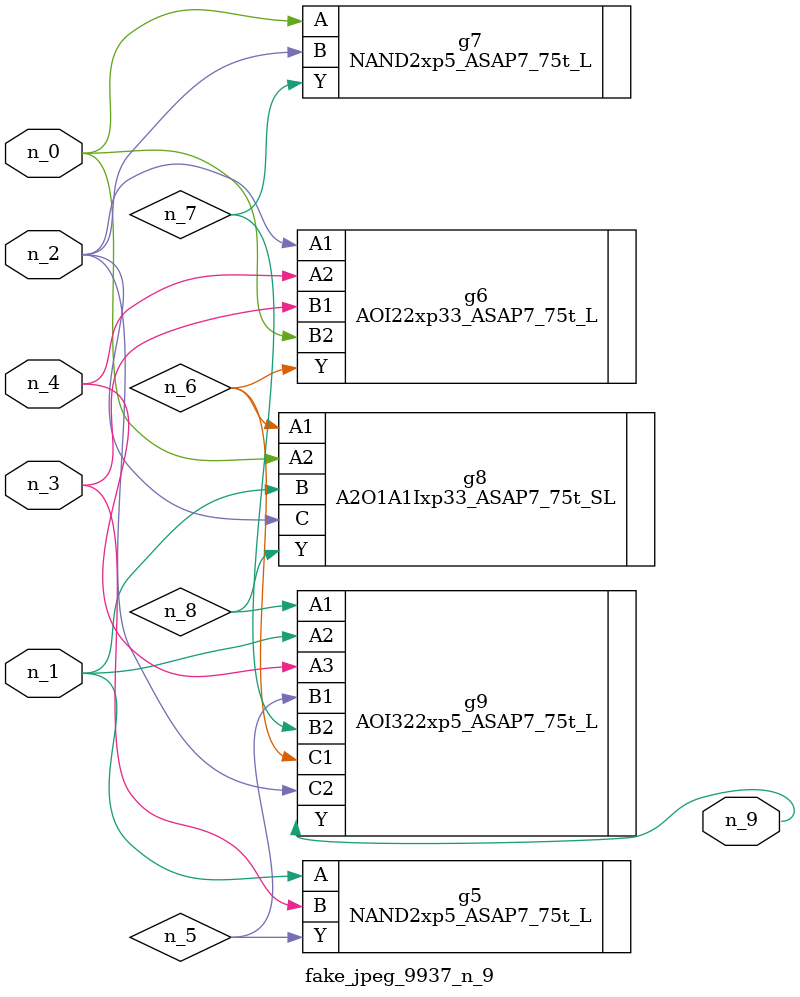
<source format=v>
module fake_jpeg_9937_n_9 (n_3, n_2, n_1, n_0, n_4, n_9);

input n_3;
input n_2;
input n_1;
input n_0;
input n_4;

output n_9;

wire n_8;
wire n_6;
wire n_5;
wire n_7;

NAND2xp5_ASAP7_75t_L g5 ( 
.A(n_1),
.B(n_3),
.Y(n_5)
);

AOI22xp33_ASAP7_75t_L g6 ( 
.A1(n_2),
.A2(n_4),
.B1(n_3),
.B2(n_0),
.Y(n_6)
);

NAND2xp5_ASAP7_75t_L g7 ( 
.A(n_0),
.B(n_2),
.Y(n_7)
);

A2O1A1Ixp33_ASAP7_75t_SL g8 ( 
.A1(n_6),
.A2(n_0),
.B(n_1),
.C(n_2),
.Y(n_8)
);

AOI322xp5_ASAP7_75t_L g9 ( 
.A1(n_8),
.A2(n_1),
.A3(n_4),
.B1(n_5),
.B2(n_7),
.C1(n_6),
.C2(n_2),
.Y(n_9)
);


endmodule
</source>
